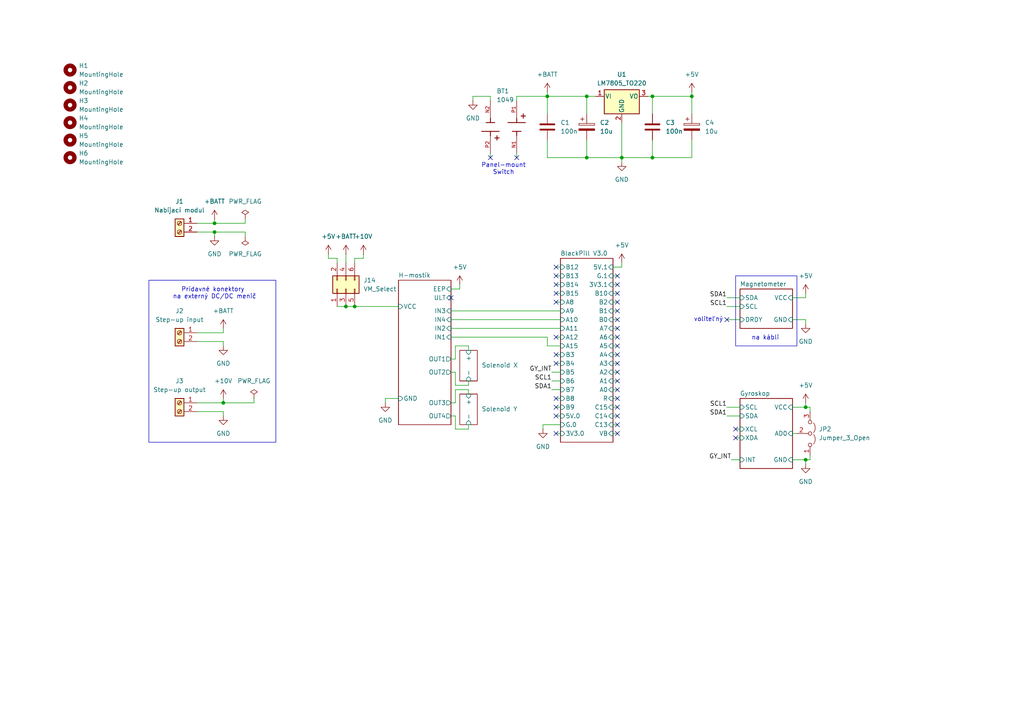
<source format=kicad_sch>
(kicad_sch (version 20250114) (generator "eeschema") (generator_version "9.0")
  (paper "A4")
  (title_block (title "Magnetorquer Control Board") (comment 1 "Main schematic"))
  (lib_symbols
    (symbol "Connector:Screw_Terminal_01x02" (pin_names (offset 1.016) (hide yes))
      (property "Reference" "J" (at 0 2.54 0))
      (property "Value" "Screw_Terminal_01x02" (at 0 -5.08 0))
      (symbol "Screw_Terminal_01x02_1_1"
        (rectangle (start -1.27 1.27) (end 1.27 -3.81) (stroke (width 0.254)) (fill (type background)))
        (polyline (pts (xy -0.5334 0.3302) (xy 0.3302 -0.508)) (stroke (width 0.1524)))
        (polyline (pts (xy -0.5334 -2.2098) (xy 0.3302 -3.048)) (stroke (width 0.1524)))
        (polyline (pts (xy -0.3556 0.508) (xy 0.508 -0.3302)) (stroke (width 0.1524)))
        (polyline (pts (xy -0.3556 -2.032) (xy 0.508 -2.8702)) (stroke (width 0.1524)))
        (circle (center 0 0) (radius 0.635) (stroke (width 0.1524)))
        (circle (center 0 -2.54) (radius 0.635) (stroke (width 0.1524)))
        (pin passive line (at -5.08 0 0) (length 3.81) (name "Pin_1") (number "1"))
        (pin passive line (at -5.08 -2.54 0) (length 3.81) (name "Pin_2") (number "2"))
      )
    )
    (symbol "Connector_Generic:Conn_02x03_Odd_Even" (pin_names (offset 1.016) (hide yes))
      (property "Reference" "J" (at 1.27 5.08 0))
      (property "Value" "Conn_02x03_Odd_Even" (at 1.27 -5.08 0))
      (symbol "Conn_02x03_Odd_Even_1_1"
        (rectangle (start -1.27 3.81) (end 3.81 -3.81) (stroke (width 0.254)) (fill (type background)))
        (rectangle (start -1.27 2.667) (end 0 2.413) (stroke (width 0.1524)))
        (rectangle (start -1.27 0.127) (end 0 -0.127) (stroke (width 0.1524)))
        (rectangle (start -1.27 -2.413) (end 0 -2.667) (stroke (width 0.1524)))
        (rectangle (start 3.81 2.667) (end 2.54 2.413) (stroke (width 0.1524)))
        (rectangle (start 3.81 0.127) (end 2.54 -0.127) (stroke (width 0.1524)))
        (rectangle (start 3.81 -2.413) (end 2.54 -2.667) (stroke (width 0.1524)))
        (pin passive line (at -5.08 2.54 0) (length 3.81) (name "Pin_1") (number "1"))
        (pin passive line (at -5.08 0 0) (length 3.81) (name "Pin_3") (number "3"))
        (pin passive line (at -5.08 -2.54 0) (length 3.81) (name "Pin_5") (number "5"))
        (pin passive line (at 7.62 2.54 180) (length 3.81) (name "Pin_2") (number "2"))
        (pin passive line (at 7.62 0 180) (length 3.81) (name "Pin_4") (number "4"))
        (pin passive line (at 7.62 -2.54 180) (length 3.81) (name "Pin_6") (number "6"))
      )
    )
    (symbol "Device:C" (pin_numbers (hide yes)) (pin_names (offset 0.254))
      (property "Reference" "C" (at 0.635 2.54 0))
      (property "Value" "C" (at 0.635 -2.54 0))
      (symbol "C_0_1"
        (polyline (pts (xy -2.032 0.762) (xy 2.032 0.762)) (stroke (width 0.508)))
        (polyline (pts (xy -2.032 -0.762) (xy 2.032 -0.762)) (stroke (width 0.508)))
      )
      (symbol "C_1_1"
        (pin passive line (at 0 3.81 270) (length 2.794) (name "~") (number "1"))
        (pin passive line (at 0 -3.81 90) (length 2.794) (name "~") (number "2"))
      )
    )
    (symbol "Device:C_Polarized" (pin_numbers (hide yes)) (pin_names (offset 0.254))
      (property "Reference" "C" (at 0.635 2.54 0))
      (property "Value" "C_Polarized" (at 0.635 -2.54 0))
      (symbol "C_Polarized_0_1"
        (rectangle (start -2.286 0.508) (end 2.286 1.016))
        (polyline (pts (xy -1.778 2.286) (xy -0.762 2.286)))
        (polyline (pts (xy -1.27 2.794) (xy -1.27 1.778)))
        (rectangle (start 2.286 -0.508) (end -2.286 -1.016) (fill (type outline)))
      )
      (symbol "C_Polarized_1_1"
        (pin passive line (at 0 3.81 270) (length 2.794) (name "~") (number "1"))
        (pin passive line (at 0 -3.81 90) (length 2.794) (name "~") (number "2"))
      )
    )
    (symbol "Jumper:Jumper_3_Open" (pin_names (offset 0) (hide yes)) (exclude_from_sim yes) (in_bom no)
      (property "Reference" "JP" (at -2.54 -2.54 0))
      (property "Value" "Jumper_3_Open" (at 0 2.794 0))
      (symbol "Jumper_3_Open_0_0"
        (circle (center -3.302 0) (radius 0.508))
        (circle (center 0 0) (radius 0.508))
        (circle (center 3.302 0) (radius 0.508))
      )
      (symbol "Jumper_3_Open_0_1"
        (arc (start -3.048 1.016) (mid -1.651 1.4992) (end -0.254 1.016))
        (polyline (pts (xy 0 -0.508) (xy 0 -1.27)))
        (arc (start 0.254 1.016) (mid 1.651 1.4992) (end 3.048 1.016))
      )
      (symbol "Jumper_3_Open_1_1"
        (pin passive line (at -6.35 0 0) (length 2.54) (name "A") (number "1"))
        (pin passive line (at 0 -3.81 90) (length 2.54) (name "C") (number "2"))
        (pin passive line (at 6.35 0 180) (length 2.54) (name "B") (number "3"))
      )
    )
    (symbol "Mechanical:MountingHole" (pin_names (offset 1.016)) (exclude_from_sim yes) (in_bom no)
      (property "Reference" "H" (at 0 5.08 0))
      (property "Value" "MountingHole" (at 0 3.175 0))
      (symbol "MountingHole_0_1"
        (circle (center 0 0) (radius 1.27) (stroke (width 1.27)))
      )
    )
    (symbol "NDE_lib:1049" (pin_names (offset 1.016))
      (property "Reference" "BT" (at -3.81 8.89 0))
      (property "Value" "1049" (at -3.81 -7.62 0))
      (symbol "1049_0_0"
        (polyline (pts (xy -3.81 6.985) (xy -2.54 6.985)) (stroke (width 0.254)))
        (polyline (pts (xy -3.175 7.62) (xy -3.175 6.35)) (stroke (width 0.254)))
        (polyline (pts (xy -1.27 7.62) (xy -1.27 5.08)) (stroke (width 0.254)))
        (polyline (pts (xy -1.27 5.08) (xy -2.54 5.08)) (stroke (width 0.254)))
        (polyline (pts (xy -1.27 5.08) (xy -1.27 2.54)) (stroke (width 0.254)))
        (polyline (pts (xy -1.27 -2.54) (xy -2.54 -2.54)) (stroke (width 0.254)))
        (polyline (pts (xy -1.27 -2.54) (xy -1.27 -1.27)) (stroke (width 0.254)))
        (polyline (pts (xy -1.27 -3.81) (xy -1.27 -2.54)) (stroke (width 0.254)))
        (polyline (pts (xy 1.27 6.35) (xy 1.27 5.08)) (stroke (width 0.254)))
        (polyline (pts (xy 1.27 5.08) (xy 1.27 3.81)) (stroke (width 0.254)))
        (polyline (pts (xy 1.27 5.08) (xy 2.54 5.08)) (stroke (width 0.254)))
        (polyline (pts (xy 1.27 -2.54) (xy 1.27 0)) (stroke (width 0.254)))
        (polyline (pts (xy 1.27 -2.54) (xy 2.54 -2.54)) (stroke (width 0.254)))
        (polyline (pts (xy 1.27 -5.08) (xy 1.27 -2.54)) (stroke (width 0.254)))
        (polyline (pts (xy 3.175 -1.27) (xy 3.175 0)) (stroke (width 0.254)))
        (polyline (pts (xy 3.81 -0.635) (xy 2.54 -0.635)) (stroke (width 0.254)))
        (pin passive line (at -7.62 5.08 0) (length 5.08) (name "~") (number "P1"))
        (pin passive line (at -7.62 -2.54 0) (length 5.08) (name "~") (number "N2"))
        (pin passive line (at 7.62 5.08 180) (length 5.08) (name "~") (number "N1"))
        (pin passive line (at 7.62 -2.54 180) (length 5.08) (name "~") (number "P2"))
      )
    )
    (symbol "Regulator_Linear:LM7805_TO220" (pin_names (offset 0.254))
      (property "Reference" "U" (at -3.81 3.175 0))
      (property "Value" "LM7805_TO220" (at 0 3.175 0))
      (symbol "LM7805_TO220_0_1"
        (rectangle (start -5.08 1.905) (end 5.08 -5.08) (stroke (width 0.254)) (fill (type background)))
      )
      (symbol "LM7805_TO220_1_1"
        (pin power_in line (at -7.62 0 0) (length 2.54) (name "VI") (number "1"))
        (pin power_in line (at 0 -7.62 90) (length 2.54) (name "GND") (number "2"))
        (pin power_out line (at 7.62 0 180) (length 2.54) (name "VO") (number "3"))
      )
    )
    (symbol "power:+10V" (power) (pin_numbers (hide yes)) (pin_names (offset 0) (hide yes))
      (property "Value" "+10V" (at 0 3.556 0))
      (symbol "+10V_0_1"
        (polyline (pts (xy -0.762 1.27) (xy 0 2.54)))
        (polyline (pts (xy 0 2.54) (xy 0.762 1.27)))
        (polyline (pts (xy 0 0) (xy 0 2.54)))
      )
      (symbol "+10V_1_1"
        (pin power_in line (at 0 0 90) (length 0) (name "~") (number "1"))
      )
    )
    (symbol "power:+5V" (power) (pin_numbers (hide yes)) (pin_names (offset 0) (hide yes))
      (property "Value" "+5V" (at 0 3.556 0))
      (symbol "+5V_0_1"
        (polyline (pts (xy -0.762 1.27) (xy 0 2.54)))
        (polyline (pts (xy 0 2.54) (xy 0.762 1.27)))
        (polyline (pts (xy 0 0) (xy 0 2.54)))
      )
      (symbol "+5V_1_1"
        (pin power_in line (at 0 0 90) (length 0) (name "~") (number "1"))
      )
    )
    (symbol "power:+BATT" (power) (pin_numbers (hide yes)) (pin_names (offset 0) (hide yes))
      (property "Value" "+BATT" (at 0 3.556 0))
      (symbol "+BATT_0_1"
        (polyline (pts (xy -0.762 1.27) (xy 0 2.54)))
        (polyline (pts (xy 0 2.54) (xy 0.762 1.27)))
        (polyline (pts (xy 0 0) (xy 0 2.54)))
      )
      (symbol "+BATT_1_1"
        (pin power_in line (at 0 0 90) (length 0) (name "~") (number "1"))
      )
    )
    (symbol "power:GND" (power) (pin_numbers (hide yes)) (pin_names (offset 0) (hide yes))
      (property "Value" "GND" (at 0 -3.81 0))
      (symbol "GND_0_1"
        (polyline (pts (xy 0 0) (xy 0 -1.27) (xy 1.27 -1.27) (xy 0 -2.54) (xy -1.27 -1.27) (xy 0 -1.27)))
      )
      (symbol "GND_1_1"
        (pin power_in line (at 0 0 270) (length 0) (name "~") (number "1"))
      )
    )
    (symbol "power:PWR_FLAG" (power) (pin_numbers (hide yes)) (pin_names (offset 0) (hide yes))
      (property "Value" "PWR_FLAG" (at 0 3.81 0))
      (symbol "PWR_FLAG_0_0"
        (pin power_out line (at 0 0 90) (length 0) (name "~") (number "1"))
      )
      (symbol "PWR_FLAG_0_1"
        (polyline (pts (xy 0 0) (xy 0 1.27) (xy -1.016 1.905) (xy 0 2.54) (xy 1.016 1.905) (xy 0 1.27)))
      )
    )
  )
  (rectangle (start 43.18 81.28) (end 80.01 128.27))
  (rectangle (start 231.14 80.01) (end 213.36 100.33))
  (text "voliteľný" (at 205.486 92.71 0) (effects (font (size 1.27 1.27))))
  (text "Prídavné konektory \nna externý DC/DC menič" (at 62.23 85.09 0) (effects (font (size 1.27 1.27))))
  (text "na kábli" (at 221.996 98.044 0) (effects (font (size 1.27 1.27))))
  (text "Panel-mount\nSwitch" (at 146.05 49.022 0) (effects (font (size 1.27 1.27))))
  (junction (at 189.23 45.72))
  (junction (at 180.34 45.72))
  (junction (at 62.23 64.77))
  (junction (at 100.33 88.9))
  (junction (at 233.68 133.35))
  (junction (at 200.66 27.94))
  (junction (at 170.18 27.94))
  (junction (at 189.23 27.94))
  (junction (at 233.68 118.11))
  (junction (at 64.77 116.84))
  (junction (at 170.18 45.72))
  (junction (at 102.87 88.9))
  (junction (at 158.75 27.94))
  (junction (at 62.23 67.31))
  (no_connect (at 161.29 105.41))
  (no_connect (at 179.07 113.03))
  (no_connect (at 179.07 107.95))
  (no_connect (at 179.07 105.41))
  (no_connect (at 161.29 87.63))
  (no_connect (at 179.07 118.11))
  (no_connect (at 179.07 115.57))
  (no_connect (at 161.29 115.57))
  (no_connect (at 179.07 87.63))
  (no_connect (at 179.07 80.01))
  (no_connect (at 161.29 118.11))
  (no_connect (at 161.29 102.87))
  (no_connect (at 130.81 86.36))
  (no_connect (at 161.29 82.55))
  (no_connect (at 213.36 127))
  (no_connect (at 179.07 97.79))
  (no_connect (at 161.29 120.65))
  (no_connect (at 161.29 125.73))
  (no_connect (at 179.07 123.19))
  (no_connect (at 210.82 92.71))
  (no_connect (at 213.36 124.46))
  (no_connect (at 161.29 77.47))
  (no_connect (at 179.07 95.25))
  (no_connect (at 179.07 125.73))
  (no_connect (at 142.24 45.72))
  (no_connect (at 161.29 85.09))
  (no_connect (at 179.07 120.65))
  (no_connect (at 179.07 110.49))
  (no_connect (at 149.86 45.72))
  (no_connect (at 161.29 80.01))
  (no_connect (at 179.07 100.33))
  (no_connect (at 179.07 92.71))
  (no_connect (at 179.07 82.55))
  (no_connect (at 179.07 85.09))
  (no_connect (at 161.29 97.79))
  (no_connect (at 179.07 90.17))
  (no_connect (at 179.07 102.87))
  (wire (pts (xy 132.08 107.95) (xy 132.08 111.76)))
  (wire (pts (xy 158.75 27.94) (xy 170.18 27.94)))
  (wire (pts (xy 102.87 88.9) (xy 115.57 88.9)))
  (wire (pts (xy 135.89 111.76) (xy 135.89 110.49)))
  (wire (pts (xy 130.81 90.17) (xy 162.56 90.17)))
  (wire (pts (xy 132.08 116.84) (xy 132.08 113.03)))
  (wire (pts (xy 161.29 82.55) (xy 162.56 82.55)))
  (wire (pts (xy 62.23 68.58) (xy 62.23 67.31)))
  (wire (pts (xy 210.82 92.71) (xy 214.63 92.71)))
  (wire (pts (xy 200.66 40.64) (xy 200.66 45.72)))
  (wire (pts (xy 105.41 73.66) (xy 105.41 74.93)))
  (wire (pts (xy 229.87 125.73) (xy 231.14 125.73)))
  (wire (pts (xy 158.75 26.67) (xy 158.75 27.94)))
  (wire (pts (xy 170.18 40.64) (xy 170.18 45.72)))
  (wire (pts (xy 210.82 86.36) (xy 214.63 86.36)))
  (wire (pts (xy 64.77 120.65) (xy 64.77 119.38)))
  (wire (pts (xy 62.23 67.31) (xy 57.15 67.31)))
  (wire (pts (xy 149.86 45.72) (xy 149.86 44.45)))
  (wire (pts (xy 73.66 116.84) (xy 64.77 116.84)))
  (wire (pts (xy 161.29 77.47) (xy 162.56 77.47)))
  (wire (pts (xy 62.23 67.31) (xy 71.12 67.31)))
  (wire (pts (xy 200.66 26.67) (xy 200.66 27.94)))
  (wire (pts (xy 64.77 116.84) (xy 57.15 116.84)))
  (wire (pts (xy 130.81 120.65) (xy 132.08 120.65)))
  (wire (pts (xy 180.34 35.56) (xy 180.34 45.72)))
  (wire (pts (xy 71.12 67.31) (xy 71.12 68.58)))
  (wire (pts (xy 161.29 80.01) (xy 162.56 80.01)))
  (wire (pts (xy 157.48 123.19) (xy 162.56 123.19)))
  (wire (pts (xy 233.68 92.71) (xy 233.68 93.98)))
  (wire (pts (xy 177.8 95.25) (xy 179.07 95.25)))
  (wire (pts (xy 100.33 76.2) (xy 100.33 73.66)))
  (wire (pts (xy 229.87 86.36) (xy 233.68 86.36)))
  (wire (pts (xy 180.34 77.47) (xy 180.34 76.2)))
  (wire (pts (xy 170.18 27.94) (xy 172.72 27.94)))
  (wire (pts (xy 177.8 92.71) (xy 179.07 92.71)))
  (wire (pts (xy 160.02 110.49) (xy 162.56 110.49)))
  (wire (pts (xy 64.77 119.38) (xy 57.15 119.38)))
  (wire (pts (xy 132.08 124.46) (xy 135.89 124.46)))
  (wire (pts (xy 177.8 125.73) (xy 179.07 125.73)))
  (wire (pts (xy 158.75 40.64) (xy 158.75 45.72)))
  (wire (pts (xy 62.23 64.77) (xy 57.15 64.77)))
  (wire (pts (xy 180.34 45.72) (xy 189.23 45.72)))
  (wire (pts (xy 229.87 92.71) (xy 233.68 92.71)))
  (wire (pts (xy 161.29 85.09) (xy 162.56 85.09)))
  (wire (pts (xy 158.75 45.72) (xy 170.18 45.72)))
  (wire (pts (xy 105.41 74.93) (xy 102.87 74.93)))
  (wire (pts (xy 132.08 111.76) (xy 135.89 111.76)))
  (wire (pts (xy 177.8 105.41) (xy 179.07 105.41)))
  (wire (pts (xy 161.29 102.87) (xy 162.56 102.87)))
  (wire (pts (xy 180.34 45.72) (xy 180.34 46.99)))
  (wire (pts (xy 233.68 86.36) (xy 233.68 85.09)))
  (wire (pts (xy 210.82 88.9) (xy 214.63 88.9)))
  (wire (pts (xy 210.82 118.11) (xy 214.63 118.11)))
  (wire (pts (xy 130.81 97.79) (xy 158.75 97.79)))
  (wire (pts (xy 233.68 118.11) (xy 233.68 116.84)))
  (wire (pts (xy 132.08 120.65) (xy 132.08 124.46)))
  (wire (pts (xy 161.29 87.63) (xy 162.56 87.63)))
  (wire (pts (xy 132.08 113.03) (xy 135.89 113.03)))
  (wire (pts (xy 213.36 124.46) (xy 214.63 124.46)))
  (wire (pts (xy 100.33 88.9) (xy 102.87 88.9)))
  (wire (pts (xy 170.18 45.72) (xy 180.34 45.72)))
  (wire (pts (xy 73.66 115.57) (xy 73.66 116.84)))
  (wire (pts (xy 133.35 82.55) (xy 133.35 83.82)))
  (wire (pts (xy 142.24 45.72) (xy 142.24 44.45)))
  (wire (pts (xy 177.8 107.95) (xy 179.07 107.95)))
  (wire (pts (xy 135.89 100.33) (xy 135.89 101.6)))
  (wire (pts (xy 177.8 118.11) (xy 179.07 118.11)))
  (wire (pts (xy 233.68 133.35) (xy 233.68 134.62)))
  (wire (pts (xy 161.29 97.79) (xy 162.56 97.79)))
  (wire (pts (xy 161.29 118.11) (xy 162.56 118.11)))
  (wire (pts (xy 229.87 133.35) (xy 233.68 133.35)))
  (wire (pts (xy 64.77 99.06) (xy 57.15 99.06)))
  (wire (pts (xy 189.23 27.94) (xy 200.66 27.94)))
  (wire (pts (xy 212.09 133.35) (xy 214.63 133.35)))
  (wire (pts (xy 161.29 125.73) (xy 162.56 125.73)))
  (wire (pts (xy 177.8 115.57) (xy 179.07 115.57)))
  (wire (pts (xy 64.77 96.52) (xy 57.15 96.52)))
  (wire (pts (xy 200.66 27.94) (xy 200.66 33.02)))
  (wire (pts (xy 158.75 100.33) (xy 162.56 100.33)))
  (wire (pts (xy 234.95 118.11) (xy 233.68 118.11)))
  (wire (pts (xy 102.87 74.93) (xy 102.87 76.2)))
  (wire (pts (xy 189.23 45.72) (xy 200.66 45.72)))
  (wire (pts (xy 229.87 118.11) (xy 233.68 118.11)))
  (wire (pts (xy 137.16 27.94) (xy 137.16 29.21)))
  (wire (pts (xy 177.8 113.03) (xy 179.07 113.03)))
  (wire (pts (xy 177.8 77.47) (xy 180.34 77.47)))
  (wire (pts (xy 64.77 96.52) (xy 64.77 95.25)))
  (wire (pts (xy 149.86 27.94) (xy 158.75 27.94)))
  (wire (pts (xy 189.23 40.64) (xy 189.23 45.72)))
  (wire (pts (xy 130.81 107.95) (xy 132.08 107.95)))
  (wire (pts (xy 210.82 120.65) (xy 214.63 120.65)))
  (wire (pts (xy 135.89 124.46) (xy 135.89 123.19)))
  (wire (pts (xy 177.8 87.63) (xy 179.07 87.63)))
  (wire (pts (xy 62.23 64.77) (xy 62.23 63.5)))
  (wire (pts (xy 161.29 120.65) (xy 162.56 120.65)))
  (wire (pts (xy 213.36 127) (xy 214.63 127)))
  (wire (pts (xy 177.8 123.19) (xy 179.07 123.19)))
  (wire (pts (xy 189.23 27.94) (xy 189.23 33.02)))
  (wire (pts (xy 158.75 97.79) (xy 158.75 100.33)))
  (wire (pts (xy 177.8 85.09) (xy 179.07 85.09)))
  (wire (pts (xy 62.23 64.77) (xy 71.12 64.77)))
  (wire (pts (xy 130.81 104.14) (xy 132.08 104.14)))
  (wire (pts (xy 115.57 115.57) (xy 111.76 115.57)))
  (wire (pts (xy 158.75 27.94) (xy 158.75 33.02)))
  (wire (pts (xy 161.29 105.41) (xy 162.56 105.41)))
  (wire (pts (xy 162.56 107.95) (xy 160.02 107.95)))
  (wire (pts (xy 177.8 97.79) (xy 179.07 97.79)))
  (wire (pts (xy 177.8 102.87) (xy 179.07 102.87)))
  (wire (pts (xy 135.89 113.03) (xy 135.89 114.3)))
  (wire (pts (xy 149.86 29.21) (xy 149.86 27.94)))
  (wire (pts (xy 177.8 90.17) (xy 179.07 90.17)))
  (wire (pts (xy 130.81 92.71) (xy 162.56 92.71)))
  (wire (pts (xy 234.95 133.35) (xy 233.68 133.35)))
  (wire (pts (xy 170.18 27.94) (xy 170.18 33.02)))
  (wire (pts (xy 160.02 113.03) (xy 162.56 113.03)))
  (wire (pts (xy 64.77 115.57) (xy 64.77 116.84)))
  (wire (pts (xy 177.8 110.49) (xy 179.07 110.49)))
  (wire (pts (xy 111.76 115.57) (xy 111.76 116.84)))
  (wire (pts (xy 177.8 80.01) (xy 179.07 80.01)))
  (wire (pts (xy 97.79 74.93) (xy 97.79 76.2)))
  (wire (pts (xy 130.81 95.25) (xy 162.56 95.25)))
  (wire (pts (xy 130.81 116.84) (xy 132.08 116.84)))
  (wire (pts (xy 64.77 100.33) (xy 64.77 99.06)))
  (wire (pts (xy 71.12 63.5) (xy 71.12 64.77)))
  (wire (pts (xy 234.95 132.08) (xy 234.95 133.35)))
  (wire (pts (xy 137.16 27.94) (xy 142.24 27.94)))
  (wire (pts (xy 133.35 83.82) (xy 130.81 83.82)))
  (wire (pts (xy 95.25 74.93) (xy 95.25 73.66)))
  (wire (pts (xy 187.96 27.94) (xy 189.23 27.94)))
  (wire (pts (xy 132.08 104.14) (xy 132.08 100.33)))
  (wire (pts (xy 95.25 74.93) (xy 97.79 74.93)))
  (wire (pts (xy 142.24 29.21) (xy 142.24 27.94)))
  (wire (pts (xy 161.29 115.57) (xy 162.56 115.57)))
  (wire (pts (xy 132.08 100.33) (xy 135.89 100.33)))
  (wire (pts (xy 157.48 124.46) (xy 157.48 123.19)))
  (wire (pts (xy 177.8 120.65) (xy 179.07 120.65)))
  (wire (pts (xy 177.8 82.55) (xy 179.07 82.55)))
  (wire (pts (xy 234.95 119.38) (xy 234.95 118.11)))
  (wire (pts (xy 177.8 100.33) (xy 179.07 100.33)))
  (wire (pts (xy 97.79 88.9) (xy 100.33 88.9)))
  (label "SCL1" (at 210.82 88.9 180))
  (label "SCL1" (at 160.02 110.49 180))
  (label "SDA1" (at 160.02 113.03 180))
  (label "GY_INT" (at 160.02 107.95 180))
  (label "GY_INT" (at 212.09 133.35 180))
  (label "SCL1" (at 210.82 118.11 180))
  (label "SDA1" (at 210.82 120.65 180))
  (label "SDA1" (at 210.82 86.36 180))
  (symbol (lib_id "Connector:Screw_Terminal_01x02") (at 52.07 96.52 0) (mirror y) (unit 1)
    (property "Reference" "J2" (at 52.07 90.17 0))
    (property "Value" "Step-up input" (at 52.07 92.71 0))
    (property "Footprint" "TerminalBlock_RND:TerminalBlock_RND_205-00012_1x02_P5.00mm_Horizontal" (effects (hide yes)))
    (property "Datasheet" "https://www.tme.eu/cz/details/tc0203620000g/svorkovnice-do-plosnych-spoju/amphenol-anytek/" (effects (hide yes)))
    (property "Description" "Generic screw terminal, single row, 01x02, script generated (kicad-library-utils/schlib/autogen/connector/)" (effects (hide yes)))
  )
  (symbol (lib_id "Mechanical:MountingHole") (at 20.32 40.64 0) (unit 1) (exclude_from_sim yes) (in_bom no)
    (property "Reference" "H5" (at 22.86 39.3699 0) (effects (justify left)))
    (property "Value" "MountingHole" (at 22.86 41.9099 0) (effects (justify left)))
    (property "Footprint" "MountingHole:MountingHole_3.2mm_M3_ISO14580" (effects (hide yes)))
    (property "Description" "Mounting Hole without connection" (effects (hide yes)))
  )
  (symbol (lib_id "Mechanical:MountingHole") (at 20.32 45.72 0) (unit 1) (exclude_from_sim yes) (in_bom no)
    (property "Reference" "H6" (at 22.86 44.4499 0) (effects (justify left)))
    (property "Value" "MountingHole" (at 22.86 46.9899 0) (effects (justify left)))
    (property "Footprint" "MountingHole:MountingHole_3.2mm_M3_ISO14580" (effects (hide yes)))
    (property "Description" "Mounting Hole without connection" (effects (hide yes)))
  )
  (symbol (lib_id "Connector:Screw_Terminal_01x02") (at 52.07 64.77 0) (mirror y) (unit 1)
    (property "Reference" "J1" (at 52.07 58.42 0))
    (property "Value" "Nabíjací modul" (at 52.07 60.96 0))
    (property "Footprint" "TerminalBlock_RND:TerminalBlock_RND_205-00012_1x02_P5.00mm_Horizontal" (effects (hide yes)))
    (property "Datasheet" "https://www.tme.eu/cz/details/tc0203620000g/svorkovnice-do-plosnych-spoju/amphenol-anytek/" (effects (hide yes)))
    (property "Description" "Generic screw terminal, single row, 01x02, script generated (kicad-library-utils/schlib/autogen/connector/)" (effects (hide yes)))
  )
  (symbol (lib_id "Device:C_Polarized") (at 170.18 36.83 0) (unit 1)
    (property "Reference" "C2" (at 173.99 35.56 0) (effects (justify left)))
    (property "Value" "10u" (at 173.99 38.1 0) (effects (justify left)))
    (property "Footprint" "Capacitor_THT:CP_Radial_D5.0mm_P2.50mm" (effects (hide yes)))
    (property "Description" "Polarized capacitor" (effects (hide yes)))
  )
  (symbol (lib_id "Jumper:Jumper_3_Open") (at 234.95 125.73 270) (mirror x) (unit 1) (in_bom no)
    (property "Reference" "JP2" (at 237.49 124.4599 90) (effects (justify left)))
    (property "Value" "Jumper_3_Open" (at 237.49 126.9999 90) (effects (justify left)))
    (property "Footprint" "Connector_PinHeader_2.54mm:PinHeader_1x03_P2.54mm_Vertical" (effects (hide yes)))
    (property "Description" "Jumper, 3-pole, both open" (effects (hide yes)))
  )
  (symbol (lib_id "NDE_lib:1049") (at 144.78 36.83 270) (unit 1)
    (property "Reference" "BT1" (at 144.018 26.416 90) (effects (justify left)))
    (property "Value" "1049" (at 144.018 28.956 90) (effects (justify left)))
    (property "Footprint" "NDE_lib:BAT_1049" (effects (hide yes)))
    (property "MF" "Keystone Electronics" (effects (hide yes)))
    (property "MAXIMUM_PACKAGE_HEIGHT" "15.1mm" (effects (hide yes)))
    (property "Package" "None" (effects (hide yes)))
    (property "Price" "None" (effects (hide yes)))
    (property "Check_prices" "https://www.snapeda.com/parts/1049/Keystone/view-part/?ref=eda" (effects (hide yes)))
    (property "STANDARD" "Manufacturer Recommendations" (effects (hide yes)))
    (property "PARTREV" "F" (effects (hide yes)))
    (property "SnapEDA_Link" "https://www.snapeda.com/parts/1049/Keystone/view-part/?ref=snap" (effects (hide yes)))
    (property "MP" "1049" (effects (hide yes)))
    (property "Description_1" "THM Holder for Dual 18650 Batteries" (effects (hide yes)))
    (property "MANUFACTURER" "Keystone" (effects (hide yes)))
    (property "Availability" "Not in stock" (effects (hide yes)))
    (property "SNAPEDA_PN" "109" (effects (hide yes)))
  )
  (symbol (lib_id "power:+BATT") (at 62.23 63.5 0) (unit 1)
    (property "Reference" "#PWR01" (effects (hide yes)))
    (property "Value" "+BATT" (at 62.23 58.42 0))
    (property "Description" "Power symbol creates a global label with name \"+BATT\"" (effects (hide yes)))
  )
  (symbol (lib_id "Mechanical:MountingHole") (at 20.32 25.4 0) (unit 1) (exclude_from_sim yes) (in_bom no)
    (property "Reference" "H2" (at 22.86 24.1299 0) (effects (justify left)))
    (property "Value" "MountingHole" (at 22.86 26.6699 0) (effects (justify left)))
    (property "Footprint" "MountingHole:MountingHole_3.2mm_M3_ISO14580" (effects (hide yes)))
    (property "Description" "Mounting Hole without connection" (effects (hide yes)))
  )
  (symbol (lib_id "power:+BATT") (at 64.77 95.25 0) (unit 1)
    (property "Reference" "#PWR06" (effects (hide yes)))
    (property "Value" "+BATT" (at 64.77 90.17 0))
    (property "Description" "Power symbol creates a global label with name \"+BATT\"" (effects (hide yes)))
  )
  (symbol (lib_id "power:GND") (at 180.34 46.99 0) (unit 1)
    (property "Reference" "#PWR07" (effects (hide yes)))
    (property "Value" "GND" (at 180.34 52.07 0))
    (property "Description" "Power symbol creates a global label with name \"GND\" , ground" (effects (hide yes)))
  )
  (symbol (lib_id "Regulator_Linear:LM7805_TO220") (at 180.34 27.94 0) (unit 1)
    (property "Reference" "U1" (at 180.34 21.59 0))
    (property "Value" "LM7805_TO220" (at 180.34 24.13 0))
    (property "Footprint" "Package_TO_SOT_THT:TO-220-3_Vertical" (effects (hide yes)))
    (property "Datasheet" "https://www.onsemi.cn/PowerSolutions/document/MC7800-D.PDF" (effects (hide yes)))
    (property "Description" "Positive 1A 35V Linear Regulator, Fixed Output 5V, TO-220" (effects (hide yes)))
  )
  (symbol (lib_id "power:GND") (at 64.77 120.65 0) (unit 1)
    (property "Reference" "#PWR011" (effects (hide yes)))
    (property "Value" "GND" (at 64.77 125.73 0))
    (property "Description" "Power symbol creates a global label with name \"GND\" , ground" (effects (hide yes)))
  )
  (symbol (lib_id "power:GND") (at 157.48 124.46 0) (unit 1)
    (property "Reference" "#PWR017" (effects (hide yes)))
    (property "Value" "GND" (at 157.48 129.54 0))
    (property "Description" "Power symbol creates a global label with name \"GND\" , ground" (effects (hide yes)))
  )
  (symbol (lib_id "power:+5V") (at 233.68 116.84 0) (unit 1)
    (property "Reference" "#PWR016" (effects (hide yes)))
    (property "Value" "+5V" (at 233.68 111.76 0))
    (property "Description" "Power symbol creates a global label with name \"+5V\"" (effects (hide yes)))
  )
  (symbol (lib_id "Device:C_Polarized") (at 200.66 36.83 0) (unit 1)
    (property "Reference" "C4" (at 204.47 35.56 0) (effects (justify left)))
    (property "Value" "10u" (at 204.47 38.1 0) (effects (justify left)))
    (property "Footprint" "Capacitor_THT:CP_Radial_D5.0mm_P2.50mm" (effects (hide yes)))
    (property "Description" "Polarized capacitor" (effects (hide yes)))
  )
  (symbol (lib_id "Device:C") (at 158.75 36.83 0) (unit 1)
    (property "Reference" "C1" (at 162.56 35.5599 0) (effects (justify left)))
    (property "Value" "100n" (at 162.56 38.0999 0) (effects (justify left)))
    (property "Footprint" "Capacitor_THT:C_Disc_D5.0mm_W2.5mm_P2.50mm" (effects (hide yes)))
    (property "Description" "Unpolarized capacitor" (effects (hide yes)))
  )
  (symbol (lib_id "power:PWR_FLAG") (at 73.66 115.57 0) (unit 1) (in_bom no)
    (property "Reference" "#FLG03" (effects (hide yes)))
    (property "Value" "PWR_FLAG" (at 73.66 110.49 0))
    (property "Description" "Special symbol for telling ERC where power comes from" (effects (hide yes)))
  )
  (symbol (lib_id "power:+5V") (at 200.66 26.67 0) (unit 1)
    (property "Reference" "#PWR03" (effects (hide yes)))
    (property "Value" "+5V" (at 200.66 21.59 0))
    (property "Description" "Power symbol creates a global label with name \"+5V\"" (effects (hide yes)))
  )
  (symbol (lib_id "Connector_Generic:Conn_02x03_Odd_Even") (at 100.33 83.82 90) (unit 1)
    (property "Reference" "J14" (at 105.41 81.2799 90) (effects (justify right)))
    (property "Value" "VM_Select" (at 105.41 83.8199 90) (effects (justify right)))
    (property "Footprint" "Connector_PinHeader_2.54mm:PinHeader_2x03_P2.54mm_Vertical" (effects (hide yes)))
    (property "Description" "Generic connector, double row, 02x03, odd/even pin numbering scheme (row 1 odd numbers, row 2 even numbers), script generated (kicad-library-utils/schlib/autogen/connector/)" (effects (hide yes)))
  )
  (symbol (lib_id "power:+10V") (at 64.77 115.57 0) (unit 1)
    (property "Reference" "#PWR020" (effects (hide yes)))
    (property "Value" "+10V" (at 64.77 110.49 0))
    (property "Description" "Power symbol creates a global label with name \"+10V\"" (effects (hide yes)))
  )
  (symbol (lib_id "power:GND") (at 233.68 134.62 0) (unit 1)
    (property "Reference" "#PWR019" (effects (hide yes)))
    (property "Value" "GND" (at 233.68 139.7 0))
    (property "Description" "Power symbol creates a global label with name \"GND\" , ground" (effects (hide yes)))
  )
  (symbol (lib_id "power:+5V") (at 180.34 76.2 0) (unit 1)
    (property "Reference" "#PWR010" (effects (hide yes)))
    (property "Value" "+5V" (at 180.34 71.12 0))
    (property "Description" "Power symbol creates a global label with name \"+5V\"" (effects (hide yes)))
  )
  (symbol (lib_id "Mechanical:MountingHole") (at 20.32 30.48 0) (unit 1) (exclude_from_sim yes) (in_bom no)
    (property "Reference" "H3" (at 22.86 29.2099 0) (effects (justify left)))
    (property "Value" "MountingHole" (at 22.86 31.7499 0) (effects (justify left)))
    (property "Footprint" "MountingHole:MountingHole_3.2mm_M3_ISO14580" (effects (hide yes)))
    (property "Description" "Mounting Hole without connection" (effects (hide yes)))
  )
  (symbol (lib_id "power:PWR_FLAG") (at 71.12 63.5 0) (mirror y) (unit 1) (in_bom no)
    (property "Reference" "#FLG01" (effects (hide yes)))
    (property "Value" "PWR_FLAG" (at 71.12 58.42 0))
    (property "Description" "Special symbol for telling ERC where power comes from" (effects (hide yes)))
  )
  (symbol (lib_id "power:GND") (at 111.76 116.84 0) (unit 1)
    (property "Reference" "#PWR018" (effects (hide yes)))
    (property "Value" "GND" (at 111.76 121.92 0))
    (property "Description" "Power symbol creates a global label with name \"GND\" , ground" (effects (hide yes)))
  )
  (symbol (lib_id "power:+BATT") (at 100.33 73.66 0) (unit 1)
    (property "Reference" "#PWR015" (effects (hide yes)))
    (property "Value" "+BATT" (at 100.33 68.58 0))
    (property "Description" "Power symbol creates a global label with name \"+BATT\"" (effects (hide yes)))
  )
  (symbol (lib_id "Device:C") (at 189.23 36.83 0) (unit 1)
    (property "Reference" "C3" (at 193.04 35.5599 0) (effects (justify left)))
    (property "Value" "100n" (at 193.04 38.0999 0) (effects (justify left)))
    (property "Footprint" "Capacitor_THT:C_Disc_D5.0mm_W2.5mm_P2.50mm" (effects (hide yes)))
    (property "Description" "Unpolarized capacitor" (effects (hide yes)))
  )
  (symbol (lib_id "power:+BATT") (at 158.75 26.67 0) (unit 1)
    (property "Reference" "#PWR02" (effects (hide yes)))
    (property "Value" "+BATT" (at 158.75 21.59 0))
    (property "Description" "Power symbol creates a global label with name \"+BATT\"" (effects (hide yes)))
  )
  (symbol (lib_id "power:GND") (at 62.23 68.58 0) (unit 1)
    (property "Reference" "#PWR05" (effects (hide yes)))
    (property "Value" "GND" (at 62.23 73.66 0))
    (property "Description" "Power symbol creates a global label with name \"GND\" , ground" (effects (hide yes)))
  )
  (symbol (lib_id "power:PWR_FLAG") (at 71.12 68.58 180) (unit 1) (in_bom no)
    (property "Reference" "#FLG02" (effects (hide yes)))
    (property "Value" "PWR_FLAG" (at 71.12 73.66 0))
    (property "Description" "Special symbol for telling ERC where power comes from" (effects (hide yes)))
  )
  (symbol (lib_id "power:GND") (at 64.77 100.33 0) (unit 1)
    (property "Reference" "#PWR08" (effects (hide yes)))
    (property "Value" "GND" (at 64.77 105.41 0))
    (property "Description" "Power symbol creates a global label with name \"GND\" , ground" (effects (hide yes)))
  )
  (symbol (lib_id "power:GND") (at 233.68 93.98 0) (unit 1)
    (property "Reference" "#PWR014" (effects (hide yes)))
    (property "Value" "GND" (at 233.68 99.06 0))
    (property "Description" "Power symbol creates a global label with name \"GND\" , ground" (effects (hide yes)))
  )
  (symbol (lib_id "power:+5V") (at 133.35 82.55 0) (unit 1)
    (property "Reference" "#PWR013" (effects (hide yes)))
    (property "Value" "+5V" (at 133.35 77.47 0))
    (property "Description" "Power symbol creates a global label with name \"+5V\"" (effects (hide yes)))
  )
  (symbol (lib_id "power:+5V") (at 233.68 85.09 0) (unit 1)
    (property "Reference" "#PWR012" (effects (hide yes)))
    (property "Value" "+5V" (at 233.68 80.01 0))
    (property "Description" "Power symbol creates a global label with name \"+5V\"" (effects (hide yes)))
  )
  (symbol (lib_id "power:GND") (at 137.16 29.21 0) (unit 1)
    (property "Reference" "#PWR04" (effects (hide yes)))
    (property "Value" "GND" (at 137.16 34.29 0))
    (property "Description" "Power symbol creates a global label with name \"GND\" , ground" (effects (hide yes)))
  )
  (symbol (lib_id "Mechanical:MountingHole") (at 20.32 20.32 0) (unit 1) (exclude_from_sim yes) (in_bom no)
    (property "Reference" "H1" (at 22.86 19.0499 0) (effects (justify left)))
    (property "Value" "MountingHole" (at 22.86 21.5899 0) (effects (justify left)))
    (property "Footprint" "MountingHole:MountingHole_3.2mm_M3_ISO14580" (effects (hide yes)))
    (property "Description" "Mounting Hole without connection" (effects (hide yes)))
  )
  (symbol (lib_id "power:+5V") (at 95.25 73.66 0) (unit 1)
    (property "Reference" "#PWR022" (effects (hide yes)))
    (property "Value" "+5V" (at 95.25 68.58 0))
    (property "Description" "Power symbol creates a global label with name \"+5V\"" (effects (hide yes)))
  )
  (symbol (lib_id "Mechanical:MountingHole") (at 20.32 35.56 0) (unit 1) (exclude_from_sim yes) (in_bom no)
    (property "Reference" "H4" (at 22.86 34.2899 0) (effects (justify left)))
    (property "Value" "MountingHole" (at 22.86 36.8299 0) (effects (justify left)))
    (property "Footprint" "MountingHole:MountingHole_3.2mm_M3_ISO14580" (effects (hide yes)))
    (property "Description" "Mounting Hole without connection" (effects (hide yes)))
  )
  (symbol (lib_id "power:+10V") (at 105.41 73.66 0) (unit 1)
    (property "Reference" "#PWR021" (effects (hide yes)))
    (property "Value" "+10V" (at 105.41 68.58 0))
    (property "Description" "Power symbol creates a global label with name \"+10V\"" (effects (hide yes)))
  )
  (symbol (lib_id "Connector:Screw_Terminal_01x02") (at 52.07 116.84 0) (mirror y) (unit 1)
    (property "Reference" "J3" (at 52.07 110.49 0))
    (property "Value" "Step-up output" (at 52.07 113.03 0))
    (property "Footprint" "TerminalBlock_RND:TerminalBlock_RND_205-00012_1x02_P5.00mm_Horizontal" (effects (hide yes)))
    (property "Datasheet" "https://www.tme.eu/cz/details/tc0203620000g/svorkovnice-do-plosnych-spoju/amphenol-anytek/" (effects (hide yes)))
    (property "Description" "Generic screw terminal, single row, 01x02, script generated (kicad-library-utils/schlib/autogen/connector/)" (effects (hide yes)))
  )
  (sheet (at 133.35 101.6) (size 5.08 8.89) (stroke (width 0.1524))
    (property "Sheetname" "Solenoid X" (at 139.7 106.68 0) (effects (justify left bottom)))
    (property "Sheetfile" "solenoid.kicad_sch" (effects (hide yes)))
    (pin "+" input (at 135.89 101.6 90))
    (pin "-" input (at 135.89 110.49 270))
  )
  (sheet (at 162.56 74.93) (size 15.24 53.34) (stroke (width 0.1524))
    (property "Sheetname" "BlackPill V3.0" (at 162.56 74.2184 0) (effects (justify left bottom)))
    (property "Sheetfile" "blackpill.kicad_sch" (effects (hide yes)))
    (pin "A0" input (at 177.8 113.03 0))
    (pin "A1" input (at 177.8 110.49 0))
    (pin "A2" input (at 177.8 107.95 0))
    (pin "A3" input (at 177.8 105.41 0))
    (pin "A4" input (at 177.8 102.87 0))
    (pin "A5" input (at 177.8 100.33 0))
    (pin "A6" input (at 177.8 97.79 0))
    (pin "A7" input (at 177.8 95.25 0))
    (pin "A8" input (at 162.56 87.63 180))
    (pin "3V3.0" input (at 162.56 125.73 180))
    (pin "3V3.1" input (at 177.8 82.55 0))
    (pin "5V.0" input (at 162.56 120.65 180))
    (pin "5V.1" input (at 177.8 77.47 0))
    (pin "A9" input (at 162.56 90.17 180))
    (pin "A10" input (at 162.56 92.71 180))
    (pin "A11" input (at 162.56 95.25 180))
    (pin "A12" input (at 162.56 97.79 180))
    (pin "A15" input (at 162.56 100.33 180))
    (pin "B0" input (at 177.8 92.71 0))
    (pin "B1" input (at 177.8 90.17 0))
    (pin "B2" input (at 177.8 87.63 0))
    (pin "B3" input (at 162.56 102.87 180))
    (pin "B4" input (at 162.56 105.41 180))
    (pin "B5" input (at 162.56 107.95 180))
    (pin "B6" input (at 162.56 110.49 180))
    (pin "B7" input (at 162.56 113.03 180))
    (pin "B8" input (at 162.56 115.57 180))
    (pin "B9" input (at 162.56 118.11 180))
    (pin "B10" input (at 177.8 85.09 0))
    (pin "B12" input (at 162.56 77.47 180))
    (pin "B13" input (at 162.56 80.01 180))
    (pin "B14" input (at 162.56 82.55 180))
    (pin "B15" input (at 162.56 85.09 180))
    (pin "C13" input (at 177.8 123.19 0))
    (pin "C14" input (at 177.8 120.65 0))
    (pin "C15" input (at 177.8 118.11 0))
    (pin "G.0" input (at 162.56 123.19 180))
    (pin "G.1" input (at 177.8 80.01 0))
    (pin "R" input (at 177.8 115.57 0))
    (pin "VB" input (at 177.8 125.73 0))
  )
  (sheet (at 214.63 115.57) (size 15.24 20.32) (stroke (width 0.1524))
    (property "Sheetname" "Gyroskop" (at 214.63 114.8584 0) (effects (justify left bottom)))
    (property "Sheetfile" "gyro.kicad_sch" (effects (hide yes)))
    (pin "AD0" input (at 229.87 125.73 0))
    (pin "GND" input (at 229.87 133.35 0))
    (pin "INT" input (at 214.63 133.35 180))
    (pin "SCL" input (at 214.63 118.11 180))
    (pin "SDA" input (at 214.63 120.65 180))
    (pin "VCC" input (at 229.87 118.11 0))
    (pin "XCL" input (at 214.63 124.46 180))
    (pin "XDA" input (at 214.63 127 180))
  )
  (sheet (at 115.57 81.28) (size 15.24 41.91) (stroke (width 0.1524))
    (property "Sheetname" "H-mostík" (at 115.57 80.5684 0) (effects (justify left bottom)))
    (property "Sheetfile" "hbridge.kicad_sch" (effects (hide yes)))
    (pin "EEP" input (at 130.81 83.82 0))
    (pin "GND" input (at 115.57 115.57 180))
    (pin "IN1" input (at 130.81 97.79 0))
    (pin "IN2" input (at 130.81 95.25 0))
    (pin "IN3" input (at 130.81 90.17 0))
    (pin "IN4" input (at 130.81 92.71 0))
    (pin "OUT1" output (at 130.81 104.14 0))
    (pin "OUT2" output (at 130.81 107.95 0))
    (pin "OUT3" output (at 130.81 116.84 0))
    (pin "OUT4" output (at 130.81 120.65 0))
    (pin "ULT" input (at 130.81 86.36 0))
    (pin "VCC" input (at 115.57 88.9 180))
  )
  (sheet (at 214.63 83.82) (size 15.24 11.43) (stroke (width 0.1524))
    (property "Sheetname" "Magnetometer" (at 214.63 83.1084 0) (effects (justify left bottom)))
    (property "Sheetfile" "magnetometer.kicad_sch" (effects (hide yes)))
    (pin "DRDY" input (at 214.63 92.71 180))
    (pin "GND" input (at 229.87 92.71 0))
    (pin "SCL" input (at 214.63 88.9 180))
    (pin "SDA" input (at 214.63 86.36 180))
    (pin "VCC" input (at 229.87 86.36 0))
  )
  (sheet (at 133.35 114.3) (size 5.08 8.89) (stroke (width 0.1524))
    (property "Sheetname" "Solenoid Y" (at 139.7 119.38 0) (effects (justify left bottom)))
    (property "Sheetfile" "solenoid.kicad_sch" (effects (hide yes)))
    (pin "+" input (at 135.89 114.3 90))
    (pin "-" input (at 135.89 123.19 270))
  )
)
</source>
